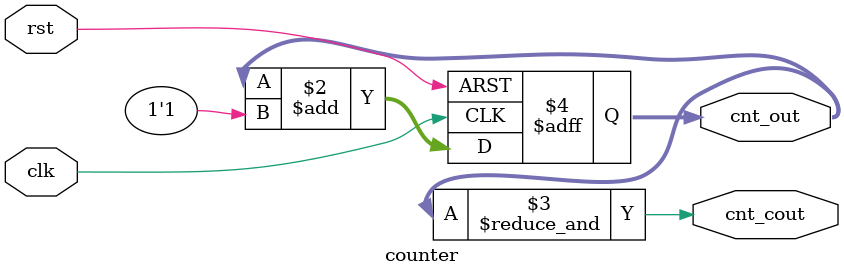
<source format=v>
module counter (
    clk,
    rst,
    cnt_out,
    cnt_cout
);

input               clk;
input               rst;
output  reg [7:0]   cnt_out;
output              cnt_cout;


always @(posedge clk, posedge rst) begin
    if (rst) begin
        cnt_out <= 8'd0;
    end
    else begin
        cnt_out <= cnt_out + 1'd1;
    end
end

assign cnt_cout = &cnt_out;

endmodule
</source>
